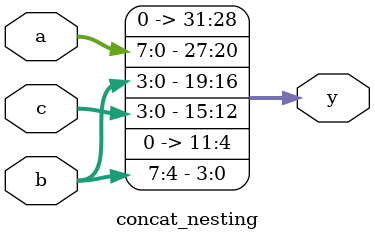
<source format=v>
module concat_nesting(
  input  wire [7:0]  a,
  input  wire [7:0]  b,
  input  wire [3:0]  c,
  output wire [31:0] y
);
  assign y = { a, { b[3:0], c }, 8'h00, b[7:4] };
endmodule

</source>
